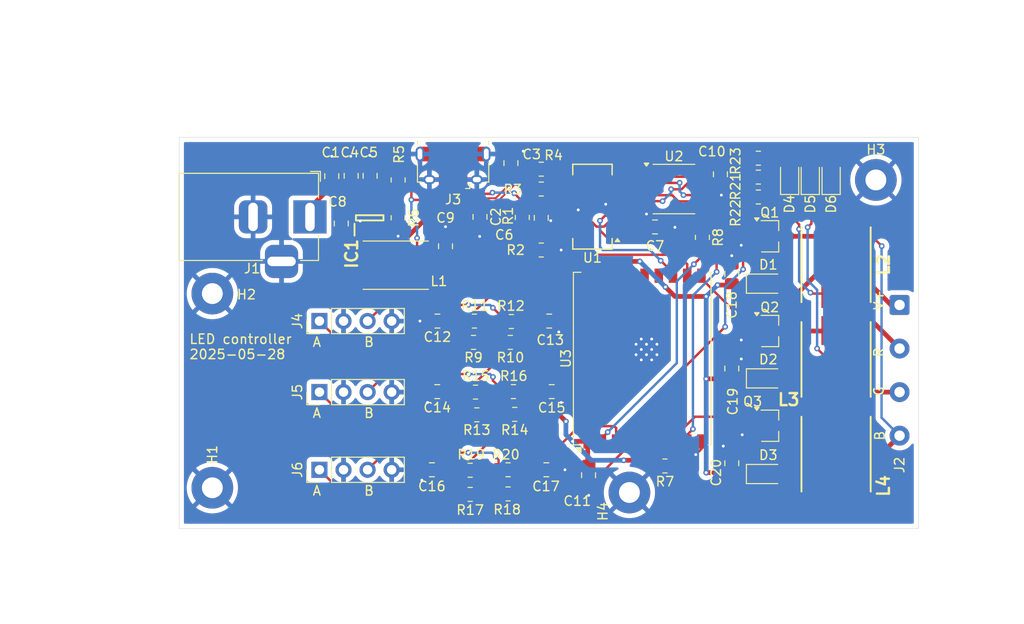
<source format=kicad_pcb>
(kicad_pcb (version 20241229) (generator "pcbnew") (generator_version "9.0")
  (layers (0 "F.Cu" signal) (2 "B.Cu" signal) (13 "F.Paste" user) (15 "B.Paste" user) (5 "F.SilkS" user "F.Silkscreen") (7 "B.SilkS" user "B.Silkscreen") (1 "F.Mask" user) (3 "B.Mask" user) (25 "Edge.Cuts" user))
  (net 0 "")
  (net 1 "GND")
  (net 2 "VCC")
  (net 3 "/RED_A")
  (net 4 "/RED_B")
  (net 5 "/GREEN_A")
  (net 6 "/GREEN_B")
  (net 7 "/BLUE_A")
  (net 8 "/BLUE_B")
  (net 9 "Vdrive")
  (net 10 "/D+")
  (net 11 "/esp32c3/SW")
  (net 12 "Net-(D1-A)")
  (net 13 "Net-(D2-A)")
  (net 14 "Net-(D3-A)")
  (net 15 "/RED_PWM")
  (net 16 "/GREEN_PWM")
  (net 17 "/BLUE_PWM")
  (net 18 "/esp32c3/FB")
  (net 19 "/RED-")
  (net 20 "/GREEN-")
  (net 21 "/BLUE-")
  (net 22 "/esp32c3/CHIP_EN")
  (net 23 "/esp32c3/DTR")
  (net 24 "/esp32c3/RTS")
  (net 25 "/esp32c3/IO9")
  (net 26 "/esp32c3/GPIO18")
  (net 27 "/esp32c3/GPIO19")
  (net 28 "/esp32c3/RX")
  (net 29 "/esp32c3/TX")
  (net 30 "/D-")
  (net 31 "/esp32c3/D+")
  (net 32 "/esp32c3/D-")
  (net 34 "/VBUS")
  (net 35 "/VBUS_SENSE")
  (net 36 "Net-(IC1-CB)")
  (net 37 "Net-(R8-Pad1)")
  (net 45 "Net-(U2-Pad12)")
  (net 46 "Net-(U2-Pad10)")
  (net 47 "Net-(J4-Pin_1)")
  (net 48 "Net-(J4-Pin_3)")
  (net 49 "Net-(J5-Pin_1)")
  (net 50 "Net-(J5-Pin_3)")
  (net 51 "Net-(J6-Pin_1)")
  (net 52 "Net-(J6-Pin_3)")
  (net 53 "/esp32c3/GPIO6")
  (net 54 "Net-(D4-A)")
  (net 55 "Net-(D5-A)")
  (net 56 "Net-(D6-A)")
  (footprint "Capacitor_SMD:C_0805_2012Metric_Pad1.18x1.45mm_HandSolder" (layer "F.Cu") (at 169.800001 83.9125 -90)
    (property "Reference" "C18")
    (property "Value" "10u")
  )
  (footprint "Resistor_SMD:R_0805_2012Metric_Pad1.20x1.40mm_HandSolder" (layer "F.Cu") (at 142.7625 96.4)
    (property "Reference" "R15")
    (property "Value" "10k")
  )
  (footprint "Capacitor_SMD:C_0805_2012Metric_Pad1.18x1.45mm_HandSolder" (layer "F.Cu") (at 149.7 78 90)
    (property "Reference" "C6")
    (property "Value" "100n")
  )
  (footprint "local:INDPM7973X540N" (layer "F.Cu") (at 180.8 82.95 -90)
    (property "Reference" "L2")
    (property "Value" "47u" (hide yes))
  )
  (footprint "local:INDPM7973X540N" (layer "F.Cu") (at 180.8 92.950001 -90)
    (property "Reference" "L3")
    (property "Value" "47u" (hide yes))
  )
  (footprint "local:SOT95P280X110-6N" (layer "F.Cu") (at 131.6 78 90)
    (property "Reference" "IC1")
    (property "Value" "LMR51420XDDCR" (hide yes))
  )
  (footprint "Capacitor_SMD:C_0805_2012Metric_Pad1.18x1.45mm_HandSolder" (layer "F.Cu") (at 150.237499 104.6)
    (property "Reference" "C17")
    (property "Value" "100n")
  )
  (footprint "Package_TO_SOT_SMD:SC-59_Handsoldering" (layer "F.Cu") (at 173.800001 99.95)
    (property "Reference" "Q3")
    (property "Value" "Q_NMOS_GSD")
  )
  (footprint "Resistor_SMD:R_0805_2012Metric_Pad1.20x1.40mm_HandSolder" (layer "F.Cu") (at 162.750001 104.199999 180)
    (property "Reference" "R7")
    (property "Value" "10k")
  )
  (footprint "Resistor_SMD:R_0805_2012Metric_Pad1.20x1.40mm_HandSolder" (layer "F.Cu") (at 146.2 104.6 180)
    (property "Reference" "R20")
    (property "Value" "10k")
  )
  (footprint "Resistor_SMD:R_0805_2012Metric_Pad1.20x1.40mm_HandSolder" (layer "F.Cu") (at 142.9 98.8)
    (property "Reference" "R13")
    (property "Value" "10k")
  )
  (footprint "MountingHole:MountingHole_2.2mm_M2_Pad" (layer "F.Cu") (at 115 86)
    (property "Reference" "H2")
    (property "Value" "MountingHole_Pad")
  )
  (footprint "Resistor_SMD:R_0805_2012Metric_Pad1.20x1.40mm_HandSolder" (layer "F.Cu") (at 149.7 81.4)
    (property "Reference" "R2")
    (property "Value" "10k")
  )
  (footprint "RF_Module:ESP32-C3-WROOM-02U" (layer "F.Cu") (at 160.6 92.86 90)
    (property "Reference" "U3")
    (property "Value" "ESP32-C3-WROOM-02U")
  )
  (footprint "Resistor_SMD:R_0805_2012Metric_Pad1.20x1.40mm_HandSolder" (layer "F.Cu") (at 142.55 91.15)
    (property "Reference" "R9")
    (property "Value" "10k")
  )
  (footprint "Resistor_SMD:R_0805_2012Metric_Pad1.20x1.40mm_HandSolder" (layer "F.Cu") (at 134.6 78 -90)
    (property "Reference" "R6")
    (property "Value" "22.1k")
  )
  (footprint "Package_SO:SSOP-20_3.9x8.7mm_P0.635mm" (layer "F.Cu") (at 155.1 76.82 180)
    (property "Reference" "U1")
    (property "Value" "FT231XS")
  )
  (footprint "LED_SMD:LED_0805_2012Metric_Pad1.15x1.40mm_HandSolder" (layer "F.Cu") (at 175.9 73.675001 90)
    (property "Reference" "D4")
    (property "Value" "Red LED")
  )
  (footprint "Resistor_SMD:R_0805_2012Metric_Pad1.20x1.40mm_HandSolder" (layer "F.Cu") (at 149.7 74.9625 180)
    (property "Reference" "R3")
    (property "Value" "27")
  )
  (footprint "Capacitor_SMD:C_0805_2012Metric_Pad1.18x1.45mm_HandSolder" (layer "F.Cu") (at 129.644361 73.565005 90)
    (property "Reference" "C4")
    (property "Value" "10u")
  )
  (footprint "LED_SMD:LED_0805_2012Metric_Pad1.15x1.40mm_HandSolder" (layer "F.Cu") (at 178.08 73.675001 90)
    (property "Reference" "D5")
    (property "Value" "Green LED")
  )
  (footprint "Capacitor_SMD:C_0805_2012Metric_Pad1.18x1.45mm_HandSolder" (layer "F.Cu") (at 150.8 96.35)
    (property "Reference" "C15")
    (property "Value" "100n")
  )
  (footprint "Resistor_SMD:R_0805_2012Metric_Pad1.20x1.40mm_HandSolder" (layer "F.Cu") (at 142.65 88.9)
    (property "Reference" "R11")
    (property "Value" "10k")
  )
  (footprint "Capacitor_SMD:C_0805_2012Metric_Pad1.18x1.45mm_HandSolder" (layer "F.Cu") (at 139.6 81 90)
    (property "Reference" "C9")
    (property "Value" "47u")
  )
  (footprint "Capacitor_SMD:C_0805_2012Metric_Pad1.18x1.45mm_HandSolder" (layer "F.Cu") (at 146.5 72.225 90)
    (property "Reference" "C3")
    (property "Value" "47p")
  )
  (footprint "Resistor_SMD:R_0805_2012Metric_Pad1.20x1.40mm_HandSolder" (layer "F.Cu") (at 172.6 73.7 180)
    (property "Reference" "R21")
    (property "Value" "1500")
  )
  (footprint "Package_TO_SOT_SMD:SC-59_Handsoldering" (layer "F.Cu") (at 173.8 89.95)
    (property "Reference" "Q2")
    (property "Value" "Q_NMOS_GSD")
  )
  (footprint "Resistor_SMD:R_0805_2012Metric_Pad1.20x1.40mm_HandSolder" (layer "F.Cu") (at 142.2 107.2)
    (property "Reference" "R17")
    (property "Value" "10k")
  )
  (footprint "Resistor_SMD:R_0805_2012Metric_Pad1.20x1.40mm_HandSolder" (layer "F.Cu") (at 146.762499 96.35 180)
    (property "Reference" "R16")
    (property "Value" "10k")
  )
  (footprint "Connector_PinHeader_2.54mm:PinHeader_1x04_P2.54mm_Vertical" (layer "F.Cu") (at 126.3 104.6 90)
    (property "Reference" "J6")
    (property "Value" "Conn_01x04")
  )
  (footprint "Capacitor_SMD:C_0805_2012Metric_Pad1.18x1.45mm_HandSolder" (layer "F.Cu") (at 169.800001 93.9125 -90)
    (property "Reference" "C19")
    (property "Value" "10u")
  )
  (footprint "Capacitor_SMD:C_0805_2012Metric_Pad1.18x1.45mm_HandSolder" (layer "F.Cu") (at 138.725001 96.35 180)
    (property "Reference" "C14")
    (property "Value" "100n")
  )
  (footprint "Resistor_SMD:R_0805_2012Metric_Pad1.20x1.40mm_HandSolder" (layer "F.Cu") (at 146.899999 98.75 180)
    (property "Reference" "R14")
    (property "Value" "10k")
  )
  (footprint "Resistor_SMD:R_0805_2012Metric_Pad1.20x1.40mm_HandSolder" (layer "F.Cu") (at 146.2 107.15 180)
    (property "Reference" "R18")
    (property "Value" "10k")
  )
  (footprint "Resistor_SMD:R_0805_2012Metric_Pad1.20x1.40mm_HandSolder" (layer "F.Cu") (at 142.2 104.65)
    (property "Reference" "R19")
    (property "Value" "10k")
  )
  (footprint "MountingHole:MountingHole_2.2mm_M2_Pad" (layer "F.Cu") (at 115 106.5 90)
    (property "Reference" "H1")
    (property "Value" "MountingHole_Pad")
  )
  (footprint "Resistor_SMD:R_0805_2012Metric_Pad1.20x1.40mm_HandSolder" (layer "F.Cu") (at 146.5375 88.95 180)
    (property "Reference" "R12")
    (property "Value" "10k")
  )
  (footprint "Diode_SMD:D_PowerDI-123" (layer "F.Cu") (at 173.65 94.950001)
    (property "Reference" "D2")
    (property "Value" "D")
  )
  (footprint "Capacitor_SMD:C_0805_2012Metric_Pad1.18x1.45mm_HandSolder" (layer "F.Cu") (at 143.237501 77.9 -90)
    (property "Reference" "C2")
    (property "Value" "47p")
  )
  (footprint "Capacitor_SMD:C_0805_2012Metric_Pad1.18x1.45mm_HandSolder" (layer "F.Cu") (at 154.690001 105.175 90)
    (property "Reference" "C11")
    (property "Value" "100n")
  )
  (footprint "Connector_PinHeader_2.54mm:PinHeader_1x04_P2.54mm_Vertical" (layer "F.Cu") (at 126.3 88.9 90)
    (property "Reference" "J4")
    (property "Value" "Conn_01x04")
  )
  (footprint "Capacitor_SMD:C_0805_2012Metric_Pad1.18x1.45mm_HandSolder" (layer "F.Cu") (at 138.1625 104.6 180)
    (property "Reference" "C16")
    (property "Value" "100n")
  )
  (footprint "Capacitor_SMD:C_0805_2012Metric_Pad1.18x1.45mm_HandSolder" (layer "F.Cu") (at 127.6 73.6 90)
    (property "Reference" "C1")
    (property "Value" "10u")
  )
  (footprint "Capacitor_SMD:C_0805_2012Metric_Pad1.18x1.45mm_HandSolder" (layer "F.Cu") (at 150.5375 88.9)
    (property "Reference" "C13")
    (property "Value" "100n")
  )
  (footprint "MountingHole:MountingHole_2.2mm_M2_Pad" (layer "F.Cu") (at 159 107 90)
    (property "Reference" "H4")
    (property "Value" "MountingHole_Pad")
  )
  (footprint "Capacitor_SMD:C_0805_2012Metric_Pad1.18x1.45mm_HandSolder" (layer "F.Cu") (at 128.6 78.6 -90)
    (property "Reference" "C8")
    (property "Value" "100n")
  )
  (footprint "Capacitor_SMD:C_0805_2012Metric_Pad1.18x1.45mm_HandSolder" (layer "F.Cu") (at 161.7 78.9625)
    (property "Reference" "C7")
    (property "Value" "100n")
  )
  (footprint "Capacitor_SMD:C_0805_2012Metric_Pad1.18x1.45mm_HandSolder" (layer "F.Cu") (at 169.800001 103.9125 -90)
    (property "Reference" "C20")
    (property "Value" "10u")
  )
  (footprint "Connector_PinHeader_2.54mm:PinHeader_1x04_P2.54mm_Vertical" (layer "F.Cu") (at 126.3 96.4 90)
    (property "Reference" "J5")
    (property "Value" "Conn_01x04")
  )
  (footprint "Package_SO:TSSOP-14_4.4x5mm_P0.65mm" (layer "F.Cu") (at 163.7 74.9625)
    (property "Reference" "U2")
    (property "Value" "74HC00")
  )
  (footprint "Connector_USB:USB_Micro-B_Amphenol_10118194_Horizontal" (layer "F.Cu") (at 140.4 72.5625 180)
    (property "Reference" "J3")
    (property "Value" "USB_B_Micro")
  )
  (footprint "LED_SMD:LED_0805_2012Metric_Pad1.15x1.40mm_HandSolder" (layer "F.Cu") (at 180.28 73.675 90)
    (property "Reference" "D6")
    (property "Value" "Blue LED")
  )
  (footprint "Package_TO_SOT_SMD:SC-59_Handsoldering" (layer "F.Cu") (at 173.8 79.95)
    (property "Reference" "Q1")
    (property "Value" "Q_NMOS_GSD")
  )
  (footprint "Connector_BarrelJack:BarrelJack_Horizontal" (layer "F.Cu") (at 125.3 77.9)
    (property "Reference" "J1")
    (property "Value" "Barrel_Jack_MountingPin")
  )
  (footprint "Resistor_SMD:R_0805_2012Metric_Pad1.20x1.40mm_HandSolder" (layer "F.Cu") (at 149.7 72.8625 180)
    (property "Reference" "R4")
    (property "Value" "27")
  )
  (footprint "Connector_Wire:SolderWire-0.5sqmm_1x04_P4.6mm_D0.9mm_OD2.1mm" (layer "F.Cu") (at 187.5 87.2 -90)
    (property "Reference" "J2")
    (property "Value" "Conn_01x04")
  )
  (footprint "Resistor_SMD:R_0805_2012Metric_Pad1.20x1.40mm_HandSolder" (layer "F.Cu") (at 134.6 74 -90)
    (property "Reference" "R5")
    (property "Value" "100k")
  )
  (footprint "Resistor_SMD:R_0805_2012Metric_Pad1.20x1.40mm_HandSolder" (layer "F.Cu") (at 172.6 75.8 180)
    (property "Reference" "R22")
    (property "Value" "1500")
  )
  (footprint "Diode_SMD:D_PowerDI-123" (layer "F.Cu") (at 173.65 105.05)
    (property "Reference" "D3")
    (property "Value" "D")
  )
  (footprint "Inductor_SMD:L_Taiyo-Yuden_NR-50xx_HandSoldering" (layer "F.Cu") (at 134.35 83)
    (property "Reference" "L1")
    (property "Value" "10u")
  )
  (footprint "Capacitor_SMD:C_0805_2012Metric_Pad1.18x1.45mm_HandSolder" (layer "F.Cu") (at 138.75 88.9 180)
    (property "Reference" "C12")
    (property "Value" "100n")
  )
  (footprint "local:INDPM7973X540N" (layer "F.Cu") (at 180.8 102.95 -90)
    (property "Reference" "L4")
    (property "Value" "47u" (hide yes))
  )
  (footprint "MountingHole:MountingHole_2.2mm_M2_Pad" (layer "F.Cu") (at 185 74)
    (property "Reference" "H3")
    (property "Value" "MountingHole_Pad")
  )
  (footprint "Capacitor_SMD:C_0805_2012Metric_Pad1.18x1.45mm_HandSolder" (layer "F.Cu") (at 168.6 73.4 -90)
    (property "Reference" "C10")
    (property "Value" "100n")
  )
  (footprint "Resistor_SMD:R_0805_2012Metric_Pad1.20x1.40mm_HandSolder" (layer "F.Cu") (at 146.4375 91.15 180)
    (property "Reference" "R10")
    (property "Value" "10k")
  )
  (footprint "Capacitor_SMD:C_0805_2012Metric_Pad1.18x1.45mm_HandSolder" (layer "F.Cu") (at 131.644361 73.565005 90)
    (property "Reference" "C5")
    (property "Value" "100n")
  )
  (footprint "Resistor_SMD:R_0805_2012Metric_Pad1.20x1.40mm_HandSolder" (layer "F.Cu") (at 147.7 77.9625 90)
    (property "Reference" "R1")
    (property "Value" "4k7")
  )
  (footprint "Diode_SMD:D_PowerDI-123" (layer "F.Cu") (at 173.65 84.95)
    (property "Reference" "D1")
    (property "Value" "D")
  )
  (footprint "Resistor_SMD:R_0805_2012Metric_Pad1.20x1.40mm_HandSolder" (layer "F.Cu") (at 172.6 71.7 180)
    (property "Reference" "R23")
    (property "Value" "1500")
  )
  (footprint "Resistor_SMD:R_0805_2012Metric_Pad1.20x1.40mm_HandSolder" (layer "F.Cu") (at 166.7 80.0625 -90)
    (property "Reference" "R8")
    (property "Value" "10k")
  )
  (gr_rect (start 111.5 69.5) (end 189.5 110.8) (stroke (width 0.05)) (fill no) (layer "Edge.Cuts"))
  (gr_text "A      B" (at 125.5 91.7 0) (layer "F.SilkS") (effects (font (size 1 1)) (justify left bottom)))
  (gr_text "LED controller\n2025-05-28" (at 112.5 93 0) (layer "F.SilkS") (effects (font (size 1 1)) (justify left bottom)))
  (gr_text "A      B" (at 125.5 99.2 0) (layer "F.SilkS") (effects (font (size 1 1)) (justify left bottom)))
  (gr_text "V+" (at 185.9 87.8 90) (layer "F.SilkS") (effects (font (size 1 1)) (justify left bottom)))
  (gr_text "R" (at 185.9 92.8 90) (layer "F.SilkS") (effects (font (size 1 1)) (justify left bottom)))
  (gr_text "A      B" (at 125.5 107.4 0) (layer "F.SilkS") (effects (font (size 1 1)) (justify left bottom)))
  (gr_text "B" (at 186 101.6 90) (layer "F.SilkS") (effects (font (size 1 1)) (justify left bottom)))
  (gr_text "G" (at 185.9 96.900001 90) (layer "F.SilkS") (effects (font (size 1 1)) (justify left bottom)))
  (segment (start 147.575 71.1875) (end 147.8 70.9625) (width 0.254) (layer "F.Cu") (net 1))
  (segment (start 131.6 72.483144) (end 131.644361 72.527505) (width 0.254) (layer "F.Cu") (net 1))
  (segment (start 141.4 71.2625) (end 143.425 71.2625) (width 0.254) (layer "F.Cu") (net 1))
  (segment (start 134.6 79) (end 134.6 79.9375) (width 0.254) (layer "F.Cu") (net 1))
  (segment (start 170.775 92.875) (end 170.8 92.9) (width 0.254) (layer "F.Cu") (net 1))
  (segment (start 137.7125 88.9) (end 136.9 88.9) (width 0.254) (layer "F.Cu") (net 1))
  (segment (start 137.687501 96.35) (end 137.687501 97.487501) (width 0.254) (layer "F.Cu") (net 1))
  (segment (start 149.7 79.0375) (end 149.9625 79.0375) (width 0.254) (layer "F.Cu") (net 1))
  (segment (start 149.9625 79.0375) (end 150.7 78.3) (width 0.254) (layer "F.Cu") (net 1))
  (segment (start 153.575 77.1375) (end 153.6 77.1625) (width 0.254) (layer "F.Cu") (net 1))
  (segment (start 168.6 75.5) (end 168.7 75.6) (width 0.254) (layer "F.Cu") (net 1))
  (segment (start 151.8375 96.35) (end 151.8375 97.4625) (width 0.254) (layer "F.Cu") (net 1))
  (segment (start 172.15 80.9) (end 170.8 80.9) (width 0.5) (layer "F.Cu") (net 1))
  (segment (start 139.4 71.2625) (end 137.375 71.2625) (width 0.254) (layer "F.Cu") (net 1))
  (segment (start 139.4 71.2625) (end 141.4 71.2625) (width 0.254) (layer "F.Cu") (net 1))
  (segment (start 137.125 104.6) (end 137.125 105.675) (width 0.254) (layer "F.Cu") (net 1))
  (segment (start 130.65 78.3875) (end 130.6 78.3375) (width 0.254) (layer "F.Cu") (net 1))
  (segment (start 131.6 71.4) (end 131.6 72.483144) (width 0.254) (layer "F.Cu") (net 1))
  (segment (start 157.7 76.5025) (end 156.56 76.5025) (width 0.254) (layer "F.Cu") (net 1))
  (segment (start 160.8375 76.9125) (end 160.8375 77.5625) (width 0.254) (layer "F.Cu") (net 1))
  (segment (start 151.274999 104.6) (end 152.2 104.6) (width 0.254) (layer "F.Cu") (net 1))
  (segment (start 151.575 88.9) (end 151.575 90.025) (width 0.254) (layer "F.Cu") (net 1))
  (segment (start 154.690001 107.290001) (end 154.7 107.3) (width 0.254) (layer "F.Cu") (net 1))
  (segment (start 154.690001 106.2125) (end 154.690001 107.290001) (width 0.254) (layer "F.Cu") (net 1))
  (segment (start 169.675 102.875) (end 168.9 102.1) (width 0.254) (layer "F.Cu") (net 1))
  (segment (start 166.6 102.4) (end 166 103) (width 0.254) (layer "F.Cu") (net 1))
  (segment (start 129.6 71.5) (end 129.6 72.483144) (width 0.254) (layer "F.Cu") (net 1))
  (segment (start 169.800001 82.875) (end 169.8 82) (width 0.254) (layer "F.Cu") (net 1))
  (segment (start 169.800001 92.875) (end 170.775 92.875) (width 0.254) (layer "F.Cu") (net 1))
  (segment (start 162.7375 78.9625) (end 163.7625 78.9625) (width 0.254) (layer "F.Cu") (net 1))
  (segment (start 143.237501 78.9375) (end 143.237501 79.924999) (width 0.254) (layer "F.Cu") (net 1))
  (segment (start 137.687501 97.487501) (end 137.7 97.5) (width 0.254) (layer "F.Cu") (net 1))
  (segment (start 151.575 90.025) (end 151.55 90.05) (width 0.254) (layer "F.Cu") (net 1))
  (segment (start 143.237501 79.924999) (end 143.2 79.9625) (width 0.254) (layer "F.Cu") (net 1))
  (segment (start 127.6 72.5625) (end 127.6 71.5) (width 0.254) (layer "F.Cu") (net 1))
  (segment (start 139.6 79.9625) (end 139.6 78.9375) (width 0.254) (layer "F.Cu") (net 1))
  (segment (start 152.5 77.1375) (end 153.575 77.1375) (width 0.254) (layer "F.Cu") (net 1))
  (segment (start 160.8375 77.5625) (end 160.8 77.6) (width 0.254) (layer "F.Cu") (net 1))
  (segment (start 166.6 101.61) (end 166.6 102.4) (width 0.254) (layer "F.Cu") (net 1))
  (segment (start 146.5 71.1875) (end 147.575 71.1875) (width 0.254) (layer "F.Cu") (net 1))
  (segment (start 150.7 81.4) (end 151.8 81.4) (width 0.254) (layer "F.Cu") (net 1))
  (segment (start 169.800001 102.875) (end 169.675 102.875) (width 0.254) (layer "F.Cu") (net 1))
  (segment (start 172.150001 100.9) (end 170.9 100.9) (width 0.5) (layer "F.Cu") (net 1))
  (segment (start 129.6 72.483144) (end 129.644361 72.527505) (width 0.254) (layer "F.Cu") (net 1))
  (segment (start 163.7625 78.9625) (end 163.8 79) (width 0.254) (layer "F.Cu") (net 1))
  (segment (start 130.65 79.25) (end 130.65 78.3875) (width 0.254) (layer "F.Cu") (net 1))
  (segment (start 172.15 90.9) (end 170.8 90.9) (width 0.5) (layer "F.Cu") (net 1))
  (segment (start 156.56 76.5025) (end 156.5 76.5625) (width 0.254) (layer "F.Cu") (net 1))
  (segment (start 151.8375 97.4625) (end 151.8 97.5) (width 0.254) (layer "F.Cu") (net 1))
  (segment (start 137.125 105.675) (end 137.1 105.7) (width 0.254) (layer "F.Cu") (net 1))
  (segment (start 168.6 74.4375) (end 168.6 75.5) (width 0.254) (layer "F.Cu") (net 1))
  (segment (start 137.900001 73.9625) (end 139.1 73.9625) (width 0.254) (layer "F.Cu") (net 1))
  (via (at 130.6 78.3375) (size 0.6) (drill 0.3) (layers "F.Cu" "B.Cu") (net 1))
  (via (at 134.6 79.9375) (size 0.6) (drill 0.3) (layers "F.Cu" "B.Cu") (net 1))
  (via (at 170.8 92.9) (size 0.6) (drill 0.3) (layers "F.Cu" "B.Cu") (net 1))
  (via (at 170.8 90.9) (size 0.6) (drill 0.3) (layers "F.Cu" "B.Cu") (net 1))
  (via (at 153.6 77.1625) (size 0.6) (drill 0.3) (layers "F.Cu" "B.Cu") (net 1))
  (via (at 143.2 79.9625) (size 0.6) (drill 0.3) (layers "F.Cu" "B.Cu") (net 1))
  (via (at 152.2 104.6) (size 0.6) (drill 0.3) (layers "F.Cu" "B.Cu") (net 1))
  (via (at 151.8 97.5) (size 0.6) (drill 0.3) (layers "F.Cu" "B.Cu") (net 1))
  (via (at 151.55 90.05) (size 0.6) (drill 0.3) (layers "F.Cu" "B.Cu") (net 1))
  (via (at 156.5 76.5625) (size 0.6) (drill 0.3) (layers "F.Cu" "B.Cu") (net 1))
  (via (at 139.6 78.9375) (size 0.6) (drill 0.3) (layers "F.Cu" "B.Cu") (net 1))
  (via (at 160.8 77.6) (size 0.6) (drill 0.3) (layers "F.Cu" "B.Cu") (net 1))
  (via (at 137.1 105.7) (size 0.6) (drill 0.3) (layers "F.Cu" "B.Cu") (net 1))
  (via (at 137.7 97.5) (size 0.6) (drill 0.3) (layers "F.Cu" "B.Cu") (net 1))
  (via (at 131.6 71.4) (size 0.6) (drill 0.3) (layers "F.Cu" "B.Cu") (net 1))
  (via (at 168.9 102.1) (size 0.6) (drill 0.3) (layers "F.Cu" "B.Cu") (net 1))
  (via (at 147.8 70.9625) (size 0.6) (drill 0.3) (layers "F.Cu" "B.Cu") (net 1))
  (via (at 170.8 80.9) (size 0.6) (drill 0.3) (layers "F.Cu" "B.Cu") (net 1))
  (via (at 169.8 82) (size 0.6) (drill 0.3) (layers "F.Cu" "B.Cu") (net 1))
  (via (at 166 103) (size 0.6) (drill 0.3) (layers "F.Cu" "B.Cu") (net 1))
  (via (at 129.6 71.5) (size 0.6) (drill 0.3) (layers "F.Cu" "B.Cu") (net 1))
  (via (at 150.7 78.3) (size 0.6) (drill 0.3) (layers "F.Cu" "B.Cu") (net 1))
  (via (at 168.7 75.6) (size 0.6) (drill 0.3) (layers "F.Cu" "B.Cu") (net 1))
  (via (at 163.8 79) (size 0.6) (drill 0.3) (layers "F.Cu" "B.Cu") (net 1))
  (via (at 170.9 100.9) (size 0.6) (drill 0.3) (layers "F.Cu" "B.Cu") (net 1))
  (via (at 136.9 88.9) (size 0.6) (drill 0.3) (layers "F.Cu" "B.Cu") (net 1))
  (via (at 154.7 107.3) (size 0.6) (drill 0.3) (layers "F.Cu" "B.Cu") (net 1))
  (via (at 151.8 81.4) (size 0.6) (drill 0.3) (layers "F.Cu" "B.Cu") (net 1))
  (via (at 127.6 71.5) (size 0.6) (drill 0.3) (layers "F.Cu" "B.Cu") (net 1))
  (segment (start 159.4195 80.2055) (end 160.6625 78.9625) (width 0.254) (layer "F.Cu") (net 2))
  (segment (start 140.514018 76.1) (end 136 76.1) (width 0.254) (layer "F.Cu") (net 2))
  (segment (start 149.7 76.9625) (end 148.772 77.8905) (width 0.254) (layer "F.Cu") (net 2))
  (segment (start 136.6 83) (end 136.6 84.675) (width 0.5) (layer "F.Cu") (net 2))
  (segment (start 123.8 87.9) (end 125.078 86.622) (width 0.5) (layer "F.Cu") (net 2))
  (segment (start 123.8 106.3) (end 124.778 107.278) (width 0.5) (layer "F.Cu") (net 2))
  (segment (start 134 86.622) (end 136.6 84.022) (width 0.5) (layer "F.Cu") (net 2))
  (segment (start 124.778 107.278) (end 141.122 107.278) (width 0.5) (layer "F.Cu") (net 2))
  (segment (start 141.4 91.3) (end 123.9 91.3) (width 0.254) (layer "F.Cu") (net 2))
  (segment (start 146.4095 92.178) (end 147.4375 91.15) (width 0.254) (layer "F.Cu") (net 2))
  (segment (start 165.75 72.2) (end 166.5625 73.0125) (width 0.254) (layer "F.Cu") (net 2))
  (segment (start 138.6375 83) (end 139.6 82.0375) (width 0.5) (layer "F.Cu") (net 2))
  (segment (start 155.9 78.928) (end 156.325501 78.928) (width 0.254) (layer "F.Cu") (net 2))
  (segment (start 146.122 108.228) (end 142.228 108.228) (width 0.254) (layer "F.Cu") (net 2))
  (segment (start 141.55 91.15) (end 142.578 92.178) (width 0.254) (layer "F.Cu") (net 2))
  (segment (start 154.59 101.6) (end 154.6 101.61) (width 0.5) (layer "F.Cu") (net 2))
  (segment (start 154.6 102.574999) (end 154.6 104.0475) (width 0.5) (layer "F.Cu") (net 2))
  (segment (start 123.9 91.3) (end 123.8 91.2) (width 0.254) (layer "F.Cu") (net 2))
  (segment (start 147.899999 98.75) (end 148.1 98.549999) (width 0.254) (layer "F.Cu") (net 2))
  (segment (start 146.698999 99.951) (end 147.899999 98.75) (width 0.5) (layer "F.Cu") (net 2))
  (segment (start 153 101.6) (end 154.59 101.6) (width 0.5) (layer "F.Cu") (net 2))
  (segment (start 154.6 101.425001) (end 154.6 102.574999) (width 0.5) (layer "F.Cu") (net 2))
  (segment (start 147.899999 98.75) (end 151.55 98.75) (width 0.5) (layer "F.Cu") (net 2))
  (segment (start 167.95 73.0125) (end 168.6 72.3625) (width 0.254) (layer "F.Cu") (net 2))
  (segment (start 123.8 99) (end 123.8 106.3) (width 0.5) (layer "F.Cu") (net 2))
  (segment (start 155.528 78.928) (end 155.9 78.928) (width 0.254) (layer "F.Cu") (net 2))
  (segment (start 150.9 76.9625) (end 151.36 76.5025) (width 0.254) (layer "F.Cu") (net 2))
  (segment (start 141.55 91.15) (end 141.4 91.3) (width 0.254) (layer "F.Cu") (net 2))
  (segment (start 142.578 92.178) (end 146.4095 92.178) (width 0.254) (layer "F.Cu") (net 2))
  (segment (start 153.828127 76.5025) (end 158.130627 72.2) (width 0.254) (layer "F.Cu") (net 2))
  (segment (start 151.36 76.5025) (end 152.5 76.5025) (width 0.254) (layer "F.Cu") (net 2))
  (segment (start 136 73.6375) (end 135.3625 73) (width 0.254) (layer "F.Cu") (net 2))
  (segment (start 141.727294 98.4) (end 141.9 98.572706) (width 0.254) (layer "F.Cu") (net 2))
  (segment (start 143.051 99.951) (end 146.698999 99.951) (width 0.5) (layer "F.Cu") (net 2))
  (segment (start 142.228 108.228) (end 141.2 107.2) (width 0.254) (layer "F.Cu") (net 2))
  (segment (start 152.499999 75.2325) (end 152.5 76.5025) (width 0.254) (layer "F.Cu") (net 2))
  (segment (start 148.772 77.8905) (end 142.304518 77.8905) (width 0.254) (layer "F.Cu") (net 2))
  (segment (start 148.1 98.549999) (end 148.1 98.5) (width 0.254) (layer "F.Cu") (net 2))
  (segment (start 141.9 98.572706) (end 141.9 98.8) (width 0.254) (layer "F.Cu") (net 2))
  (segment (start 136.6 84.022) (end 136.6 83) (width 0.5) (layer "F.Cu") (net 2))
  (segment (start 123.8 98.7) (end 123.8 99) (width 0.5) (layer "F.Cu") (net 2))
  (segment (start 154.8 77.474373) (end 154.8 78.2) (width 0.254) (layer "F.Cu") (net 2))
  (segment (start 151.55 98.75) (end 152.3 99.5) (width 0.5) (layer "F.Cu") (net 2))
  (segment (start 153.828127 76.5025) (end 154.8 77.474373) (width 0.254) (layer "F.Cu") (net 2))
  (segment (start 141.7 99) (end 141.9 98.8) (width 0.5) (layer "F.Cu") (net 2))
  (segment (start 166.5625 73.0125) (end 167.95 73.0125) (width 0.254) (layer "F.Cu") (net 2))
  (segment (start 158.130627 72.2) (end 165.75 72.2) (width 0.254) (layer "F.Cu") (net 2))
  (segment (start 141.122 107.278) (end 141.2 107.2) (width 0.5) (layer "F.Cu") (net 2))
  (segment (start 155.9 79.3335) (end 156.772 80.2055) (width 0.254) (layer "F.Cu") (net 2))
  (segment (start 161.150002 103.6) (end 161.750001 104.199999) (width 0.5) (layer "F.Cu") (net 2))
  (segment (start 156.325501 78.928) (end 156.846001 78.4075) (width 0.254) (layer "F.Cu") (net 2))
  (segment (start 149.7 76.9625) (end 150.9 76.9625) (width 0.254) (layer "F.Cu") (net 2))
  (segment (start 125.078 86.622) (end 134 86.622) (width 0.5) (layer "F.Cu") (net 2))
  (segment (start 154.8 78.2) (end 155.528 78.928) (width 0.254) (layer "F.Cu") (net 2))
  (segment (start 123.8 99) (end 141.7 99) (width 0.5) (layer "F.Cu") (net 2))
  (segment (start 142.304518 77.8905) (end 140.514018 76.1) (width 0.254) (layer "F.Cu") (net 2))
  (segment (start 136.6 83) (end 138.6375 83) (width 0.5) (layer "F.Cu") (net 2))
  (segment (start 123.9 98.8) (end 123.8 98.7) (width 0.254) (layer "F.Cu") (net 2))
  (segment (start 155.9 78.928) (end 155.9 79.3335) (width 0.254) (layer "F.Cu") (net 2))
  (segment (start 152.5 76.5025) (end 153.828127 76.5025) (width 0.254) (layer "F.Cu") (net 2))
  (segment (start 136 76.1) (end 136 73.6375) (width 0.254) (layer "F.Cu") (net 2))
  (segment (start 147.2 107.15) (end 146.122 108.228) (width 0.254) (layer "F.Cu") (net 2))
  (segment (start 135.3625 73) (end 134.6 73) (width 0.254) (layer "F.Cu") (net 2))
  (segment (start 136.6 83) (end 136.6 80.1375) (width 0.254) (layer "F.Cu") (net 2))
  (segment (start 156.772 80.2055) (end 159.4195 80.2055) (width 0.254) (layer "F.Cu") (net 2))
  (segment (start 123.8 91.2) (end 123.8 98.7) (width 0.5) (layer "F.Cu") (net 2))
  (segment (start 141.9 98.8) (end 143.051 99.951) (width 0.5) (layer "F.Cu") (net 2))
  (segment (start 156.846001 78.4075) (end 157.700001 78.4075) (width 0.254) (layer "F.Cu") (net 2))
  (segment (start 123.8 91.2) (end 123.8 87.9) (width 0.5) (layer "F.Cu") (net 2))
  (segment (start 158.4 103.6) (end 161.150002 103.6) (width 0.5) (layer "F.Cu") (net 2))
  (via (at 152.3 99.5) (size 0.6) (drill 0.3) (layers "F.Cu" "B.Cu") (net 2))
  (via (at 158.4 103.6) (size 0.6) (drill 0.3) (layers "F.Cu" "B.Cu") (net 2))
  (via (at 136.6 80.1375) (size 0.6) (drill 0.3) (layers "F.Cu" "B.Cu") (net 2))
  (via (at 153 101.6) (size 0.6) (drill 0.3) (layers "F.Cu" "B.Cu") (net 2))
  (via (at 136 76.1) (size 0.6) (drill 0.3) (layers "F.Cu" "B.Cu") (net 2))
  (segment (start 155 103.6) (end 158.4 103.6) (width 0.5) (layer "B.Cu") (net 2))
  (segment (start 152.3 99.5) (end 152.3 100.9) (width 0.5) (layer "B.Cu") (net 2))
  (segment (start 136.3 78.4) (end 136 78.1) (width 0.254) (layer "B.Cu") (net 2))
  (segment (start 152.3 100.9) (end 153 101.6) (width 0.5) (layer "B.Cu") (net 2))
  (segment (start 136 78.1) (end 136 76.1) (width 0.254) (layer "B.Cu") (net 2))
  (segment (start 136.6 80.1375) (end 136.6 78.7) (width 0.254) (layer "B.Cu") (net 2))
  (segment (start 136.6 78.7) (end 136.3 78.4) (width 0.254) (layer "B.Cu") (net 2))
  (segment (start 153 101.6) (end 155 103.6) (width 0.5) (layer "B.Cu") (net 2))
  (segment (start 141.65 88.9) (end 146.44 84.11) (width 0.254) (layer "F.Cu") (net 3))
  (segment (start 146.44 84.11) (end 154.6 84.11) (width 0.254) (layer "F.Cu") (net 3))
  (segment (start 139.7875 88.9) (end 141.65 88.9) (width 0.254) (layer "F.Cu") (net 3))
  (segment (start 149.5 88.9) (end 147.5875 88.9) (width 0.254) (layer "F.Cu") (net 4))
  (segment (start 152.6 85.8) (end 154.71 85.8) (width 0.254) (layer "F.Cu") (net 4))
  (segment (start 156.1 84.41) (end 156.1 84.11) (width 0.254) (layer "F.Cu") (net 4))
  (segment (start 154.71 85.8) (end 156.1 84.41) (width 0.254) (layer "F.Cu") (net 4))
  (segment (start 147.5875 88.9) (end 147.5375 88.95) (width 0.254) (layer "F.Cu") (net 4))
  (segment (start 149.5 88.9) (end 152.6 85.8) (width 0.254) (layer "F.Cu") (net 4))
  (segment (start 139.762501 96.35) (end 141.7125 96.35) (width 0.254) (layer "F.Cu") (net 5))
  (segment (start 141.7625 96.4) (end 145.0625 93.1) (width 0.254) (layer "F.Cu") (net 5))
  (segment (start 157.6 85.114) (end 157.6 84.11) (width 0.254) (layer "F.Cu") (net 5))
  (segment (start 149.614 93.1) (end 157.6 85.114) (width 0.254) (layer "F.Cu") (net 5))
  (segment (start 141.7125 96.35) (end 141.7625 96.4) (width 0.254) (layer "F.Cu") (net 5))
  (segment (start 145.0625 93.1) (end 149.614 93.1) (width 0.254) (layer "F.Cu") (net 5))
  (segment (start 147.762499 96.35) (end 149.7625 96.35) (width 0.254) (layer "F.Cu") (net 6))
  (segment (start 149.7625 96.35) (end 149.7625 93.8375) (width 0.254) (layer "F.Cu") (net 6))
  (segment (start 159.1 84.5) (end 159.1 84.11) (width 0.254) (layer "F.Cu") (net 6))
  (segment (start 149.7625 93.8375) (end 159.1 84.5) (width 0.254) (layer "F.Cu") (net 6))
  (segment (start 151.8 101.9) (end 153.701 99.999) (width 0.254) (layer "F.Cu") (net 7))
  (segment (start 157.6 100.2) (end 157.6 101.61) (width 0.254) (layer "F.Cu") (net 7))
  (segment (start 143.95 101.9) (end 151.8 101.9) (width 0.254) (layer "F.Cu") (net 7))
  (segment (start 139.2 104.6) (end 141.15 104.6) (width 0.254) (layer "F.Cu") (net 7))
  (segment (start 141.2 104.65) (end 143.95 101.9) (width 0.254) (layer "F.Cu") (net 7))
  (segment (start 153.701 99.999) (end 157.399 99.999) (width 0.254) (layer "F.Cu") (net 7))
  (segment (start 157.399 99.999) (end 157.6 100.2) (width 0.254) (layer "F.Cu") (net 7))
  (segment (start 141.15 104.6) (end 141.2 104.65) (width 0.254) (layer "F.Cu") (net 7))
  (segment (start 147.2 104.6) (end 149.199999 104.6) (width 0.254) (layer "F.Cu") (net 8))
  (segment (start 150.252999 105.653) (end 153.368659 105.653) (width 0.254) (layer "F.Cu") (net 8))
  (segment (start 159.1 101.91) (end 159.1 101.61) (width 0.254) (layer "F.Cu") (net 8))
  (segment (start 155.957 105.053) (end 159.1 101.91) (width 0.254) (layer "F.Cu") (net 8))
  (segment (start 153.368659 105.653) (end 153.968659 105.053) (width 0.254) (layer "F.Cu") (net 8))
  (segment (start 149.199999 104.6) (end 150.252999 105.653) (width 0.254) (layer "F.Cu") (net 8))
  (segment (start 153.968659 105.053) (end 155.957 105.053) (width 0.254) (layer "F.Cu") (net 8))
  (segment (start 131.6 76.750001) (end 131.6 77.422999) (width 0.5) (layer "F.Cu") (net 9))
  (segment (start 132.55 79.25) (end 134.0375 80.7375) (width 0.5) (layer "F.Cu") (net 9))
  (segment (start 132.55 78.372999) (end 132.55 79.25) (width 0.5) (layer "F.Cu") (net 9))
  (segment (start 186.6 87.2) (end 187.5 87.2) (width 0.5) (layer "F.Cu") (net 9))
  (segment (start 142.1 83.2) (end 151.2 83.2) (width 0.5) (layer "F.Cu") (net 9))
  (segment (start 169.750001 95) (end 169.800001 94.95) (width 0.5) (layer "F.Cu") (net 9))
  (segment (start 125.3 77.9) (end 125.3 76.9375) (width 0.5) (layer "F.Cu") (net 9))
  (segment (start 171.58 75.799999) (end 171.58 71.799999) (width 0.5) (layer "F.Cu") (net 9))
  (segment (start 137.462075 78.1375) (end 140.1375 78.1375) (width 0.5) (layer "F.Cu") (net 9))
  (segment (start 134.0375 80.7375) (end 134.862075 80.7375) (width 0.5) (layer "F.Cu") (net 9))
  (segment (start 151.8 82.6) (end 160.1 82.6) (width 0.5) (layer "F.Cu") (net 9))
  (segment (start 129.609366 74.6375) (end 129.644361 74.602505) (width 0.5) (layer "F.Cu") (net 9))
  (segment (start 174.65 86.8) (end 175.9 86.8) (width 0.5) (layer "F.Cu") (net 9))
  (segment (start 168.3 85.1) (end 169.650001 85.1) (width 0.5) (layer "F.Cu") (net 9))
  (segment (start 141.3 79.3) (end 141.3 82.4) (width 0.5) (layer "F.Cu") (net 9))
  (segment (start 151.2 83.2) (end 151.8 82.6) (width 0.5) (layer "F.Cu") (net 9))
  (segment (start 167.1 104.9) (end 169.750001 104.9) (width 0.5) (layer "F.Cu") (net 9))
  (segment (start 169.800001 94.95) (end 172.8 94.950001) (width 0.5) (layer "F.Cu") (net 9))
  (segment (start 129.644361 74.602505) (end 131.644361 74.602505) (width 0.5) (layer "F.Cu") (net 9))
  (segment (start 131.644361 74.602505) (end 131.6 74.646866) (width 0.5) (layer "F.Cu") (net 9))
  (segment (start 172.8 84.95) (end 174.65 86.8) (width 0.5) (layer "F.Cu") (net 9))
  (segment (start 169.800001 104.95) (end 172.7 104.95) (width 0.5) (layer "F.Cu") (net 9))
  (segment (start 172.8 84.95) (end 173.8 83.95) (width 0.5) (layer "F.Cu") (net 9))
  (segment (start 140.1375 78.1375) (end 141.3 79.3) (width 0.5) (layer "F.Cu") (net 9))
  (segment (start 163.8 86.3) (end 167.1 86.3) (width 0.5) (layer "F.Cu") (net 9))
  (segment (start 182.8 83.4) (end 186.6 87.2) (width 0.5) (layer "F.Cu") (net 9))
  (segment (start 127.6 74.6375) (end 129.609366 74.6375) (width 0.5) (layer "F.Cu") (net 9))
  (segment (start 179.3 83.4) (end 182.8 83.4) (width 0.5) (layer "F.Cu") (net 9))
  (segment (start 131.6 74.646866) (end 131.6 76.750001) (width 0.5) (layer "F.Cu") (net 9))
  (segment (start 131.6 77.422999) (end 132.55 78.372999) (width 0.5) (layer "F.Cu") (net 9))
  (segment (start 172.7 104.95) (end 172.8 105.05) (width 0.5) (layer "F.Cu") (net 9))
  (segment (start 173.8 78) (end 171.6 75.8) (width 0.5) (layer "F.Cu") (net 9))
  (segment (start 175.9 86.8) (end 179.3 83.4) (width 0.5) (layer "F.Cu") (net 9))
  (segment (start 162.8 85.3) (end 163.8 86.3) (width 0.5) (layer "F.Cu") (net 9))
  (segment (start 167.1 95) (end 169.750001 95) (width 0.5) (layer "F.Cu") (net 9))
  (segment (start 169.800001 84.95) (end 172.8 84.95) (width 0.5) (layer "F.Cu") (net 9))
  (segment (start 169.750001 104.9) (end 169.800001 104.95) (width 0.5) (layer "F.Cu") (net 9))
  (segment (start 169.650001 85.1) (end 169.800001 84.95) (width 0.5) (layer "F.Cu") (net 9))
  (segment (start 141.3 82.4) (end 142.1 83.2) (width 0.5) (layer "F.Cu") (net 9))
  (segment (start 134.862075 80.7375) (end 137.462075 78.1375) (width 0.5) (layer "F.Cu") (net 9))
  (segment (start 173.8 83.95) (end 173.8 78) (width 0.5) (layer "F.Cu") (net 9))
  (segment (start 125.3 76.9375) (end 127.6 74.6375) (width 0.5) (layer "F.Cu") (net 9))
  (via (at 167.1 104.9) (size 0.6) (drill 0.3) (layers "F.Cu" "B.Cu") (net 9))
  (via (at 167.1 95) (size 0.6) (drill 0.3) (layers "F.Cu" "B.Cu") (net 9))
  (via (at 167.1 86.3) (size 0.6) (drill 0.3) (layers "F.Cu" "B.Cu") (net 9))
  (via (at 160.1 82.6) (size 0.6) (drill 0.3) (layers "F.Cu" "B.Cu") (net 9))
  (via (at 162.8 85.3) (size 0.6) (drill 0.3) (layers "F.Cu" "B.Cu") (net 9))
  (via (at 168.3 85.1) (size 0.6) (drill 0.3) (layers "F.Cu" "B.Cu") (net 9))
  (segment (start 160.1 82.6) (end 162.8 85.3) (width 0.5) (layer "B.Cu") (net 9))
  (segment (start 167.1 88.8) (end 167.1 95) (width 0.5) (layer "B.Cu") (net 9))
  (segment (start 167.1 95) (end 167.1 104.9) (width 0.5) (layer "B.Cu") (net 9))
  (segment (start 167.1 88.8) (end 167.1 86.3) (width 0.5) (layer "B.Cu") (net 9))
  (segment (start 167.1 86.3) (end 168.3 85.1) (width 0.5) (layer "B.Cu") (net 9))
  (segment (start 140.5 74.062499) (end 140.5 75.480698) (width 0.2) (layer "F.Cu") (net 10))
  (segment (start 147.775 74.1375) (end 148.6 74.9625) (width 0.2) (layer "F.Cu") (net 10))
  (segment (start 143.237501 76.8625) (end 144.518198 76.8625) (width 0.2) (layer "F.Cu") (net 10))
  (segment (start 147.243198 74.1375) (end 147.775 74.1375) (width 0.2) (layer "F.Cu") (net 10))
  (segment (start 140.5 75.480698) (end 141.881802 76.8625) (width 0.2) (layer "F.Cu") (net 10))
  (segment (start 140.4 73.962499) (end 140.5 74.062499) (width 0.2) (layer "F.Cu") (net 10))
  (segment (start 144.518198 76.8625) (end 147.243198 74.1375) (width 0.2) (layer "F.Cu") (net 10))
  (segment (start 141.881802 76.8625) (end 143.237501 76.8625) (width 0.2) (layer "F.Cu") (net 10))
  (segment (start 148.6 74.9625) (end 148.7 74.9625) (width 0.2) (layer "F.Cu") (net 10))
  (segment (start 131.6 79.249999) (end 131.6 82.5) (width 0.5) (layer "F.Cu") (net 11))
  (segment (start 131.6 82.5) (end 132.1 83) (width 0.5) (layer "F.Cu") (net 11))
  (segment (start 180.75 79.95) (end 180.8 79.9) (width 0.5) (layer "F.Cu") (net 12))
  (segment (start 175.175 80.225) (end 175.45 79.95) (width 0.5) (layer "F.Cu") (net 12))
  (segment (start 175.45 79.95) (end 180.75 79.95) (width 0.5) (layer "F.Cu") (net 12))
  (segment (start 175.175 84.95) (end 175.175 80.225) (width 0.5) (layer "F.Cu") (net 12))
  (segment (start 175.45 89.95) (end 180.750001 89.95) (width 0.5) (layer "F.Cu") (net 13))
  (segment (start 175.45 90.25) (end 175.175 90.525) (width 0.5) (layer "F.Cu") (net 13))
  (segment (start 175.175 90.525) (end 175.175 94.950001) (width 0.5) (layer "F.Cu") (net 13))
  (segment (start 180.750001 89.95) (end 180.8 89.900001) (width 0.5) (layer "F.Cu") (net 13))
  (segment (start 175.45 89.95) (end 175.45 90.25) (width 0.5) (layer "F.Cu") (net 13))
  (segment (start 175.450001 99.95) (end 180.75 99.95) (width 0.5) (layer "F.Cu") (net 14))
  (segment (start 175.175 105.05) (end 175.175 100.225001) (width 0.5) (layer "F.Cu") (net 14))
  (segment (start 180.75 99.95) (end 180.8 99.9) (width 0.5) (layer "F.Cu") (net 14))
  (segment (start 175.175 100.225001) (end 175.450001 99.95) (width 0.5) (layer "F.Cu") (net 14))
  (segment (start 170.993587 83.438977) (end 170.993587 82.293587) (width 0.254) (layer "F.Cu") (net 15))
  (segment (start 162.1 96.5) (end 169.1 89.5) (width 0.254) (layer "F.Cu") (net 15))
  (segment (start 170.172 80.078) (end 171.25 79) (width 0.254) (layer "F.Cu") (net 15))
  (segment (start 170.993587 82.293587) (end 170.172 81.472) (width 0.254) (layer "F.Cu") (net 15))
  (segment (start 171.25 79) (end 172.15 79) (width 0.254) (layer "F.Cu") (net 15))
  (segment (start 162.1 101.61) (end 162.1 96.5) (width 0.254) (layer "F.Cu") (net 15))
  (segment (start 170.172 81.472) (end 170.172 80.078) (width 0.254) (layer "F.Cu") (net 15))
  (via (at 169.1 89.5) (size 0.6) (drill 0.3) (layers "F.Cu" "B.Cu") (net 15))
  (via (at 170.993587 83.438977) (size 0.6) (drill 0.3) (layers "F.Cu" "B.Cu") (net 15))
  (segment (start 169.1 89.5) (end 169.1 85.332564) (width 0.254) (layer "B.Cu") (net 15))
  (segment (start 169.1 85.332564) (end 170.993587 83.438977) (width 0.254) (layer "B.Cu") (net 15))
  (segment (start 166.6 84.11) (end 166.6 84.41) (width 0.254) (layer "F.Cu") (net 16))
  (segment (start 171.19 89) (end 172.15 89) (width 0.254) (layer "F.Cu") (net 16))
  (segment (start 166.6 84.41) (end 171.19 89) (width 0.254) (layer "F.Cu") (net 16))
  (segment (start 163.6 101.61) (end 163.6 101.31) (width 0.254) (layer "F.Cu") (net 17))
  (segment (start 163.6 101.61) (end 163.6 104.049999) (width 0.254) (layer "F.Cu") (net 17))
  (segment (start 165.91 99) (end 172.150001 99) (width 0.254) (layer "F.Cu") (net 17))
  (segment (start 163.6 101.31) (end 165.91 99) (width 0.254) (layer "F.Cu") (net 17))
  (segment (start 134.6 75) (end 134.6 77) (width 0.254) (layer "F.Cu") (net 18))
  (segment (start 134.6 77) (end 133.5625 77) (width 0.254) (layer "F.Cu") (net 18))
  (segment (start 133.5625 77) (end 133.3 76.7375) (width 0.254) (layer "F.Cu") (net 18))
  (segment (start 133.3 76.7375) (end 133.2875 76.75) (width 0.254) (layer "F.Cu") (net 18))
  (segment (start 133.2875 76.75) (end 132.55 76.75) (width 0.254) (layer "F.Cu") (net 18))
  (segment (start 176.02 77.82) (end 176.02 74.82) (width 0.254) (layer "F.Cu") (net 19))
  (segment (start 181.7 86) (end 187.5 91.8) (width 0.5) (layer "F.Cu") (net 19))
  (segment (start 180.8 86) (end 181.7 86) (width 0.5) (layer "F.Cu") (net 19))
  (segment (start 176.9 78.7) (end 176.02 77.82) (width 0.254) (layer "F.Cu") (net 19))
  (segment (start 176.02 74.82) (end 175.9 74.7) (width 0.254) (layer "F.Cu") (net 19))
  (segment (start 176.9 79.2) (end 176.9 78.7) (width 0.254) (layer "F.Cu") (net 19))
  (segment (start 178.2 86) (end 178.1 85.9) (width 0.254) (layer "F.Cu") (net 19))
  (segment (start 180.8 86) (end 178.2 86) (width 0.254) (layer "F.Cu") (net 19))
  (via (at 178.1 85.9) (size 0.6) (drill 0.3) (layers "F.Cu" "B.Cu") (net 19))
  (via (at 176.9 79.2) (size 0.6) (drill 0.3) (layers "F.Cu" "B.Cu") (net 19))
  (segment (start 178.1 85.9) (end 176.9 84.7) (width 0.254) (layer "B.Cu") (net 19))
  (segment (start 176.9 84.7) (end 176.9 79.2) (width 0.254) (layer "B.Cu") (net 19))
  (segment (start 180.8 96.000001) (end 184.200001 96.000001) (width 0.5) (layer "F.Cu") (net 20))
  (segment (start 177.8 79) (end 178.2 78.6) (width 0.254) (layer "F.Cu") (net 20))
  (segment (start 184.200001 96.000001) (end 184.599999 96.399999) (width 0.5) (layer "F.Cu") (net 20))
  (segment (start 178.2 74.82) (end 178.08 74.7) (width 0.254) (layer "F.Cu") (net 20))
  (segment (start 178.8 91.8) (end 180.8 93.8) (width 0.254) (layer "F.Cu") (net 20))
  (segment (start 180.8 93.8) (end 180.8 96.000001) (width 0.254) (layer "F.Cu") (net 20))
  (segment (start 178.2 78.6) (end 178.2 74.82) (width 0.254) (layer "F.Cu") (net 20))
  (segment (start 184.599999 96.399999) (end 187.5 96.399999) (width 0.5) (layer "F.Cu") (net 20))
  (via (at 177.8 79) (size 0.6) (drill 0.3) (layers "F.Cu" "B.Cu") (net 20))
  (via (at 178.8 91.8) (size 0.6) (drill 0.3) (layers "F.Cu" "B.Cu") (net 20))
  (segment (start 178.8 87) (end 178.8 91.8) (width 0.254) (layer "B.Cu") (net 20))
  (segment (start 177.8 84.5) (end 177.8 84.4) (width 0.254) (layer "B.Cu") (net 20))
  (segment (start 177.8 84.4) (end 177.8 84.6) (width 0.254) (layer "B.Cu") (net 20))
  (segment (start 177.8 79) (end 177.8 84.5) (width 0.254) (layer "B.Cu") (net 20))
  (segment (start 178.8 85.6) (end 178.8 87) (width 0.254) (layer "B.Cu") (net 20))
  (segment (start 177.8 84.6) (end 178.2 85) (width 0.254) (layer "B.Cu") (net 20))
  (segment (start 178.2 85) (end 178.8 85.6) (width 0.254) (layer "B.Cu") (net 20))
  (segment (start 185.6155 80.9845) (end 180.4 75.769) (width 0.254) (layer "F.Cu") (net 21))
  (segment (start 180.8 106) (end 182.500001 106) (width 0.5) (layer "F.Cu") (net 21))
  (segment (start 180.4 75.769) (end 180.4 74.819999) (width 0.254) (layer "F.Cu") (net 21))
  (segment (start 182.500001 106) (end 187.5 101.000001) (width 0.5) (layer "F.Cu") (net 21))
  (segment (start 180.4 74.819999) (end 180.28 74.699999) (width 0.254) (layer "F.Cu") (net 21))
  (via (at 185.6155 80.9845) (size 0.6) (drill 0.3) (layers "F.Cu" "B.Cu") (net 21))
  (segment (start 187.5 101.000001) (end 185.6 99.100001) (width 0.254) (layer "B.Cu") (net 21))
  (segment (start 185.6 81) (end 185.6155 80.9845) (width 0.254) (layer "B.Cu") (net 21))
  (segment (start 185.6 99.100001) (end 185.6 81) (width 0.254) (layer "B.Cu") (net 21))
  (segment (start 156.1 101.234608) (end 156.707608 100.627) (width 0.254) (layer "F.Cu") (net 22))
  (segment (start 165.8 82.9) (end 166.7 82) (width 0.254) (layer "F.Cu") (net 22))
  (segment (start 156.1 101.61) (end 156.1 101.234608) (width 0.254) (layer "F.Cu") (net 22))
  (segment (start 166.7 82) (end 166.7 81.0625) (width 0.254) (layer "F.Cu") (net 22))
  (via (at 156.707608 100.627) (size 0.6) (drill 0.3) (layers "F.Cu" "B.Cu") (net 22))
  (via (at 165.8 82.9) (size 0.6) (drill 0.3) (layers "F.Cu" "B.Cu") (net 22))
  (segment (start 156.707608 100.627) (end 164 93.334608) (width 0.254) (layer "B.Cu") (net 22))
  (segment (start 164 84.7) (end 165.8 82.9) (width 0.254) (layer "B.Cu") (net 22))
  (segment (start 164 91.1) (end 164 84.7) (width 0.254) (layer "B.Cu") (net 22))
  (segment (start 164 93.334608) (end 164 91.1) (width 0.254) (layer "B.Cu") (net 22))
  (segment (start 160.8375 75.6125) (end 163.5125 75.6125) (width 0.254) (layer "F.Cu") (net 23))
  (segment (start 158.562467 79.6775) (end 159.5 78.739967) (width 0.254) (layer "F.Cu") (net 23))
  (segment (start 159.5 76.212501) (end 160.100001 75.6125) (width 0.254) (layer "F.Cu") (net 23))
  (segment (start 160.8375 74.9625) (end 160.8375 75.6125) (width 0.254) (layer "F.Cu") (net 23))
  (segment (start 157.7 79.6775) (end 158.562467 79.6775) (width 0.254) (layer "F.Cu") (net 23))
  (segment (start 159.5 78.739967) (end 159.5 76.212501) (width 0.254) (layer "F.Cu") (net 23))
  (segment (start 163.5125 75.6125) (end 164.1625 76.2625) (width 0.254) (layer "F.Cu") (net 23))
  (segment (start 164.1625 76.2625) (end 166.5625 76.2625) (width 0.254) (layer "F.Cu") (net 23))
  (segment (start 160.100001 75.6125) (end 160.8375 75.6125) (width 0.254) (layer "F.Cu") (net 23))
  (segment (start 160.8375 73.0125) (end 160.8375 73.6625) (width 0.254) (layer "F.Cu") (net 24))
  (segment (start 157.7 79.0425) (end 158.554 79.0425) (width 0.254) (layer "F.Cu") (net 24))
  (segment (start 158.9 78.6965) (end 158.9 74.862501) (width 0.254) (layer "F.Cu") (net 24))
  (segment (start 160.100001 73.6625) (end 160.8375 73.6625) (width 0.254) (layer "F.Cu") (net 24))
  (segment (start 158.554 79.0425) (end 158.9 78.6965) (width 0.254) (layer "F.Cu") (net 24))
  (segment (start 160.8375 73.6625) (end 166.5625 73.6625) (width 0.254) (layer "F.Cu") (net 24))
  (segment (start 158.9 74.862501) (end 160.100001 73.6625) (width 0.254) (layer "F.Cu") (net 24))
  (segment (start 168.2 81.8) (end 168.2 83.7) (width 0.254) (layer "F.Cu") (net 25))
  (segment (start 167.299999 74.9625) (end 168 75.662501) (width 0.254) (layer "F.Cu") (net 25))
  (segment (start 166.5625 74.9625) (end 167.299999 74.9625) (width 0.254) (layer "F.Cu") (net 25))
  (segment (start 168 81.6) (end 168.2 81.8) (width 0.254) (layer "F.Cu") (net 25))
  (segment (start 168 75.662501) (end 168 81.6) (width 0.254) (layer "F.Cu") (net 25))
  (segment (start 165.1 101.61) (end 165.1 100.9) (width 0.254) (layer "F.Cu") (net 25))
  (segment (start 165.1 100.9) (end 165.7 100.3) (width 0.254) (layer "F.Cu") (net 25))
  (via (at 165.7 100.3) (size 0.6) (drill 0.3) (layers "F.Cu" "B.Cu") (net 25))
  (via (at 168.2 83.7) (size 0.6) (drill 0.3) (layers "F.Cu" "B.Cu") (net 25))
  (segment (start 165.7 100.3) (end 165.7 86.8) (width 0.254) (layer "B.Cu") (net 25))
  (segment (start 165.7 86.8) (end 165.7 86.2) (width 0.254) (layer "B.Cu") (net 25))
  (segment (start 165.7 86.2) (end 168.2 83.7) (width 0.254) (layer "B.Cu") (net 25))
  (segment (start 152.5 79.6775) (end 154.7225 81.9) (width 0.254) (layer "F.Cu") (net 28))
  (segment (start 164.1 81.9) (end 165.1 82.9) (width 0.254) (layer "F.Cu") (net 28))
  (segment (start 154.7225 81.9) (end 164.1 81.9) (width 0.254) (layer "F.Cu") (net 28))
  (segment (start 165.1 82.9) (end 165.1 84.11) (width 0.254) (layer "F.Cu") (net 28))
  (segment (start 157.7 77.7725) (end 156.4275 77.7725) (width 0.254) (layer "F.Cu") (net 29))
  (segment (start 156.4275 77.7725) (end 155.9 78.3) (width 0.254) (layer "F.Cu") (net 29))
  (segment (start 162.3 82.527) (end 162.317 82.527) (width 0.254) (layer "F.Cu") (net 29))
  (segment (start 163.6 83.81) (end 163.6 84.11) (width 0.254) (layer "F.Cu") (net 29))
  (segment (start 162.317 82.527) (end 163.6 83.81) (width 0.254) (layer "F.Cu") (net 29))
  (via (at 162.3 82.527) (size 0.6) (drill 0.3) (layers "F.Cu" "B.Cu") (net 29))
  (via (at 155.9 78.3) (size 0.6) (drill 0.3) (layers "F.Cu" "B.Cu") (net 29))
  (segment (start 155.9 78.3) (end 155.9 81.1) (width 0.254) (layer "B.Cu") (net 29))
  (segment (start 161.2 81.427) (end 161.2 81.4) (width 0.254) (layer "B.Cu") (net 29))
  (segment (start 161.2 81.4) (end 156.2 81.4) (width 0.254) (layer "B.Cu") (net 29))
  (segment (start 162.3 82.527) (end 161.2 81.427) (width 0.254) (layer "B.Cu") (net 29))
  (segment (start 156.2 81.4) (end 155.9 81.1) (width 0.254) (layer "B.Cu") (net 29))
  (segment (start 148.3 73.2625) (end 148.7 72.8625) (width 0.2) (layer "F.Cu") (net 30))
  (segment (start 141.593198 75.9375) (end 144.876098 75.9375) (width 0.2) (layer "F.Cu") (net 30))
  (segment (start 148.6 72.8625) (end 148.7 72.8625) (width 0.2) (layer "F.Cu") (net 30))
  (segment (start 146.5 74.313598) (end 146.5 73.2625) (width 0.2) (layer "F.Cu") (net 30))
  (segment (start 140.950001 74.062499) (end 140.950001 75.294303) (width 0.2) (layer "F.Cu") (net 30))
  (segment (start 144.876098 75.9375) (end 146.5 74.313598) (width 0.2) (layer "F.Cu") (net 30))
  (segment (start 146.5 73.2625) (end 148.3 73.2625) (width 0.2) (layer "F.Cu") (net 30))
  (segment (start 141.05 73.9625) (end 140.950001 74.062499) (width 0.2) (layer "F.Cu") (net 30))
  (segment (start 140.950001 75.294303) (end 141.593198 75.9375) (width 0.2) (layer "F.Cu") (net 30))
  (segment (start 150.7 74.9625) (end 151.7 73.9625) (width 0.127) (layer "F.Cu") (net 31))
  (segment (start 151.7 73.9625) (end 152.5 73.9625) (width 0.127) (layer "F.Cu") (net 31))
  (segment (start 153.765 74.5975) (end 152.5 74.5975) (width 0.127) (layer "F.Cu") (net 32))
  (segment (start 153.8 73.4625) (end 153.8 74.5625) (width 0.127) (layer "F.Cu") (net 32))
  (segment (start 150.7 72.8625) (end 153.2 72.8625) (width 0.127) (layer "F.Cu") (net 32))
  (segment (start 153.2 72.8625) (end 153.8 73.4625) (width 0.127) (layer "F.Cu") (net 32))
  (segment (start 153.8 74.5625) (end 153.765 74.5975) (width 0.127) (layer "F.Cu") (net 32))
  (segment (start 146.833364 75.395864) (end 147.7 76.2625) (width 0.254) (layer "F.Cu") (net 34))
  (segment (start 141.7 73.9625) (end 141.7 74.8625) (width 0.254) (layer "F.Cu") (net 34))
  (segment (start 144.426284 75.4625) (end 144.551284 75.3375) (width 0.254) (layer "F.Cu") (net 34))
  (segment (start 147.7 76.2625) (end 147.7 76.9625) (width 0.254) (layer "F.Cu") (net 34))
  (segment (start 142.3 75.4625) (end 144.3 75.4625) (width 0.254) (layer "F.Cu") (net 34))
  (segment (start 141.7 74.8625) (end 142.3 75.4625) (width 0.254) (layer "F.Cu") (net 34))
  (segment (start 144.3 75.4625) (end 144.426284 75.4625) (width 0.254) (layer "F.Cu") (net 34))
  (via (at 144.551284 75.3375) (size 0.6) (drill 0.3) (layers "F.Cu" "B.Cu") (net 34))
  (via (at 146.833364 75.395864) (size 0.6) (drill 0.3) (layers "F.Cu" "B.Cu") (net 34))
  (segment (start 144.551284 75.3375) (end 146.775 75.3375) (width 0.254) (layer "B.Cu") (net 34))
  (segment (start 146.775 75.3375) (end 146.833364 75.395864) (width 0.254) (layer "B.Cu") (net 34))
  (segment (start 147.7 80.4) (end 147.7 78.9625) (width 0.254) (layer "F.Cu") (net 35))
  (segment (start 148.7 80.9625) (end 148.4 80.9625) (width 0.254) (layer "F.Cu") (net 35))
  (segment (start 150.753 79.362) (end 151.7075 78.4075) (width 0.254) (layer "F.Cu") (net 35))
  (segment (start 151.7075 78.4075) (end 152.499999 78.4075) (width 0.254) (layer "F.Cu") (net 35))
  (segment (start 148.7 81.4) (end 148.974342 81.4) (width 0.254) (layer "F.Cu") (net 35))
  (segment (start 150.753 79.621342) (end 150.753 79.362) (width 0.254) (layer "F.Cu") (net 35))
  (segment (start 148.7 81.4) (end 147.7 80.4) (width 0.254) (layer "F.Cu") (net 35))
  (segment (start 148.974342 81.4) (end 150.753 79.621342) (width 0.254) (layer "F.Cu") (net 35))
  (segment (start 128.6 77.5625) (end 128.875 77.5625) (width 0.254) (layer "F.Cu") (net 36))
  (segment (start 128.875 77.5625) (end 129.6875 76.75) (width 0.254) (layer "F.Cu") (net 36))
  (segment (start 129.6875 76.75) (end 130.65 76.75) (width 0.254) (layer "F.Cu") (net 36))
  (segment (start 166.7 79.0625) (end 166.7 78) (width 0.254) (layer "F.Cu") (net 37))
  (segment (start 166.5625 77.8625) (end 166.5625 76.9125) (width 0.254) (layer "F.Cu") (net 37))
  (segment (start 166.7 78) (end 166.5625 77.8625) (width 0.254) (layer "F.Cu") (net 37))
  (segment (start 162.5 76.2395) (end 160.8605 76.2395) (width 0.254) (layer "F.Cu") (net 45))
  (segment (start 160.8605 76.2395) (end 160.8375 76.2625) (width 0.254) (layer "F.Cu") (net 45))
  (segment (start 166.5625 74.3125) (end 165.175627 74.3125) (width 0.254) (layer "F.Cu") (net 45))
  (segment (start 164.502627 74.9855) (end 163.4 74.9855) (width 0.254) (layer "F.Cu") (net 45))
  (segment (start 165.175627 74.3125) (end 164.502627 74.9855) (width 0.254) (layer "F.Cu") (net 45))
  (via (at 163.4 74.9855) (size 0.6) (drill 0.3) (layers "F.Cu" "B.Cu") (net 45))
  (via (at 162.5 76.2395) (size 0.6) (drill 0.3) (layers "F.Cu" "B.Cu") (net 45))
  (segment (start 163.4 74.9855) (end 163.4 75.3395) (width 0.254) (layer "B.Cu") (net 45))
  (segment (start 163.4 75.3395) (end 162.5 76.2395) (width 0.254) (layer "B.Cu") (net 45))
  (segment (start 164.2875 74.3125) (end 164.3 74.3) (width 0.254) (layer "F.Cu") (net 46))
  (segment (start 160.8375 74.3125) (end 164.2875 74.3125) (width 0.254) (layer "F.Cu") (net 46))
  (segment (start 164.7 75.6) (end 166.55 75.6) (width 0.254) (layer "F.Cu") (net 46))
  (segment (start 166.55 75.6) (end 166.5625 75.6125) (width 0.254) (layer "F.Cu") (net 46))
  (via (at 164.3 74.3) (size 0.6) (drill 0.3) (layers "F.Cu" "B.Cu") (net 46))
  (via (at 164.7 75.6) (size 0.6) (drill 0.3) (layers "F.Cu" "B.Cu") (net 46))
  (segment (start 164.3 74.3) (end 164.3 75.2) (width 0.254) (layer "B.Cu") (net 46))
  (segment (start 164.3 75.2) (end 164.7 75.6) (width 0.254) (layer "B.Cu") (net 46))
  (segment (start 140.1 90.8) (end 128.2 90.8) (width 0.254) (layer "F.Cu") (net 47))
  (segment (start 143.65 90) (end 143.65 88.9) (width 0.254) (layer "F.Cu") (net 47))
  (segment (start 143.65 91.05) (end 143.65 90) (width 0.254) (layer "F.Cu") (net 47))
  (segment (start 143.55 91.15) (end 143.65 91.05) (width 0.254) (layer "F.Cu") (net 47))
  (segment (start 128.2 90.8) (end 126.3 88.9) (width 0.254) (layer "F.Cu") (net 47))
  (segment (start 143.65 90) (end 140.9 90) (width 0.254) (layer "F.Cu") (net 47))
  (segment (start 140.9 90) (end 140.1 90.8) (width 0.254) (layer "F.Cu") (net 47))
  (segment (start 142 87.2) (end 133.079999 87.2) (width 0.254) (layer "F.Cu") (net 48))
  (segment (start 145.4375 91.15) (end 145.5375 91.05) (width 0.254) (layer "F.Cu") (net 48))
  (segment (start 133.079999 87.2) (end 131.379999 88.9) (width 0.254) (layer "F.Cu") (net 48))
  (segment (start 145.5375 88.95) (end 145.5375 88.4375) (width 0.254) (layer "F.Cu") (net 48))
  (segment (start 145.5375 91.05) (end 145.5375 88.95) (width 0.254) (layer "F.Cu") (net 48))
  (segment (start 145.5375 88.4375) (end 144.6 87.5) (width 0.254) (layer "F.Cu") (net 48))
  (via (at 142 87.2) (size 0.6) (drill 0.3) (layers "F.Cu" "B.Cu") (net 48))
  (via (at 144.6 87.5) (size 0.6) (drill 0.3) (layers "F.Cu" "B.Cu") (net 48))
  (segment (start 144.3 87.2) (end 142 87.2) (width 0.254) (layer "B.Cu") (net 48))
  (segment (start 144.6 87.5) (end 144.3 87.2) (width 0.254) (layer "B.Cu") (net 48))
  (segment (start 138.488127 97.6) (end 137.788127 98.3) (width 0.254) (layer "F.Cu") (net 49))
  (segment (start 143.7625 97.6) (end 143.7625 96.4) (width 0.254) (layer "F.Cu") (net 49))
  (segment (start 143.9 98.8) (end 143.7625 98.6625) (width 0.254) (layer "F.Cu") (net 49))
  (segment (start 128.2 98.3) (end 126.3 96.4) (width 0.254) (layer "F.Cu") (net 49))
  (segment (start 143.7625 97.6) (end 138.488127 97.6) (width 0.254) (layer "F.Cu") (net 49))
  (segment (start 143.7625 98.6625) (end 143.7625 97.6) (width 0.254) (layer "F.Cu") (net 49))
  (segment (start 137.788127 98.3) (end 128.2 98.3) (width 0.254) (layer "F.Cu") (net 49))
  (segment (start 144.6 94.8) (end 144.6 95.187501) (width 0.254) (layer "F.Cu") (net 50))
  (segment (start 144.6 95.187501) (end 145.762499 96.35) (width 0.254) (layer "F.Cu") (net 50))
  (segment (start 145.762499 96.35) (end 145.762499 98.6125) (width 0.254) (layer "F.Cu") (net 50))
  (segment (start 141.8 94.5) (end 142 94.5) (width 0.254) (layer "F.Cu") (net 50))
  (segment (start 141.8 94.5) (end 133.279999 94.5) (width 0.254) (layer "F.Cu") (net 50))
  (segment (start 145.762499 98.6125) (end 145.899999 98.75) (width 0.254) (layer "F.Cu") (net 50))
  (segment (start 133.279999 94.5) (end 131.379999 96.4) (width 0.254) (layer "F.Cu") (net 50))
  (via (at 144.6 94.8) (size 0.6) (drill 0.3) (layers "F.Cu" "B.Cu") (net 50))
  (via (at 142 94.5) (size 0.6) (drill 0.3) (layers "F.Cu" "B.Cu") (net 50))
  (segment (start 144.3 94.5) (end 144.6 94.8) (width 0.254) (layer "B.Cu") (net 50))
  (segment (start 142 94.5) (end 144.3 94.5) (width 0.254) (layer "B.Cu") (net 50))
  (segment (start 136.988127 106.7) (end 128.4 106.7) (width 0.254) (layer "F.Cu") (net 51))
  (segment (start 128.4 106.7) (end 126.3 104.6) (width 0.254) (layer "F.Cu") (net 51))
  (segment (start 143.2 107.2) (end 143.2 105.9) (width 0.254) (layer "F.Cu") (net 51))
  (segment (start 143.2 105.9) (end 143.2 104.65) (width 0.254) (layer "F.Cu") (net 51))
  (segment (start 137.788127 105.9) (end 136.988127 106.7) (width 0.254) (layer "F.Cu") (net 51))
  (segment (start 143.2 105.9) (end 137.788127 105.9) (width 0.254) (layer "F.Cu") (net 51))
  (segment (start 133.179999 102.8) (end 141.9 102.8) (width 0.254) (layer "F.Cu") (net 52))
  (segment (start 131.379999 104.6) (end 133.179999 102.8) (width 0.254) (layer "F.Cu") (net 52))
  (segment (start 145.2 103.5) (end 144.9 103.2) (width 0.254) (layer "F.Cu") (net 52))
  (segment (start 145.2 104.6) (end 145.2 103.5) (width 0.254) (layer "F.Cu") (net 52))
  (segment (start 141.9 102.8) (end 142 102.8) (width 0.254) (layer "F.Cu") (net 52))
  (segment (start 145.2 104.6) (end 145.2 107.15) (width 0.254) (layer "F.Cu") (net 52))
  (via (at 144.9 103.2) (size 0.6) (drill 0.3) (layers "F.Cu" "B.Cu") (net 52))
  (via (at 142 102.8) (size 0.6) (drill 0.3) (layers "F.Cu" "B.Cu") (net 52))
  (segment (start 144.5 102.8) (end 144.9 103.2) (width 0.254) (layer "B.Cu") (net 52))
  (segment (start 142 102.8) (end 144.5 102.8) (width 0.254) (layer "B.Cu") (net 52))
  (segment (start 174.7 73.850002) (end 175.9 72.650002) (width 0.254) (layer "F.Cu") (net 54))
  (segment (start 174.7 74.7) (end 174.7 73.850002) (width 0.254) (layer "F.Cu") (net 54))
  (segment (start 173.6 75.8) (end 174.7 74.7) (width 0.254) (layer "F.Cu") (net 54))
  (segment (start 175.650002 72.9) (end 175.9 72.650002) (width 0.254) (layer "F.Cu") (net 54))
  (segment (start 175.370657 72.9) (end 175.650002 72.9) (width 0.254) (layer "F.Cu") (net 54))
  (segment (start 174.6 72.7) (end 174.6 72.2) (width 0.254) (layer "F.Cu") (net 55))
  (segment (start 176.929998 71.5) (end 178.08 72.650002) (width 0.254) (layer "F.Cu") (net 55))
  (segment (start 173.6 73.7) (end 174.6 72.7) (width 0.254) (layer "F.Cu") (net 55))
  (segment (start 175.3 71.5) (end 176.929998 71.5) (width 0.254) (layer "F.Cu") (net 55))
  (segment (start 174.6 72.2) (end 175.3 71.5) (width 0.254) (layer "F.Cu") (net 55))
  (segment (start 173.6 71.7) (end 174.6 70.7) (width 0.254) (layer "F.Cu") (net 56))
  (segment (start 180.28 71.68) (end 180.28 72.650001) (width 0.254) (layer "F.Cu") (net 56))
  (segment (start 174.6 70.7) (end 179.3 70.7) (width 0.254) (layer "F.Cu") (net 56))
  (segment (start 179.3 70.7) (end 180.28 71.68) (width 0.254) (layer "F.Cu") (net 56))
  (zone (net 11) (net_name "/esp32c3/SW") (layer "F.Cu") (priority 1) (connect_pads (clearance 0.5)) (min_thickness 0.25) (fill yes (thermal_gap 0.5) (thermal_bridge_width 0.5))
    (polygon (pts (xy 131.1 78.5375) (xy 131.1 79.8375) (xy 127.6 79.8375) (xy 127.6 85.5375) (xy 133.5 85.5375) (xy 133.5 80.6375) (xy 132.2 80.6375) (xy 132.2 78.5375)))
  )
  (zone (net 1) (net_name "GND") (layer "B.Cu") (connect_pads (clearance 0.5)) (min_thickness 0.25) (fill yes (thermal_gap 0.5) (thermal_bridge_width 0.5))
    (polygon (pts (xy 92.6 60.9) (xy 193.9 61) (xy 193.9 120.9) (xy 93.4 120.9)))
  )
)
</source>
